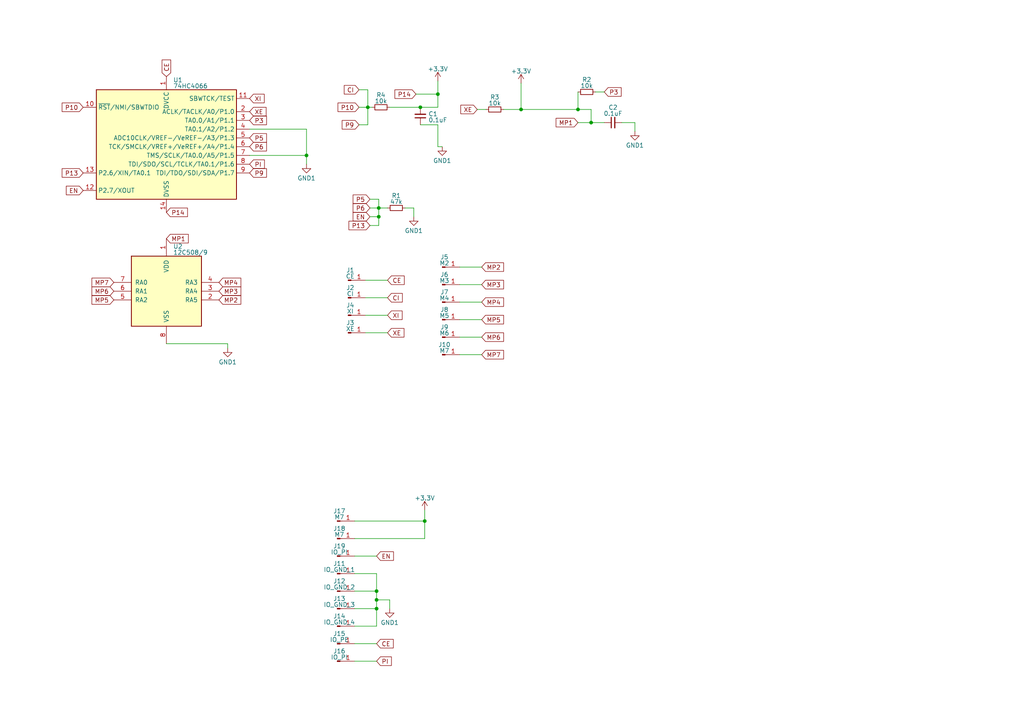
<source format=kicad_sch>
(kicad_sch (version 20221110) (generator eeschema)
  (paper "A4")
  (lib_symbols
    (symbol "Connector:Conn_01x01_Male" (pin_names (offset 1.016) hide)
      (property "Reference" "J" (at 0 2.54 0))
      (property "Value" "Conn_01x01_Male" (at 0 -2.54 0))
      (symbol "Conn_01x01_Male_1_1"
        (polyline (pts (xy 1.27 0) (xy 0.8636 0)) (stroke (width 0.1524)))
        (rectangle (start 0.8636 0.127) (end 0 -0.127) (stroke (width 0.1524)) (fill (type outline)))
        (pin passive line (at 5.08 0 180) (length 3.81) (name "Pin_1") (number "1"))
      )
    )
    (symbol "Device:C_Small" (pin_numbers hide) (pin_names (offset 0.254) hide)
      (property "Reference" "C" (at 0.254 1.778 0))
      (property "Value" "C_Small" (at 0.254 -2.032 0))
      (symbol "C_Small_0_1"
        (polyline (pts (xy -1.524 -0.508) (xy 1.524 -0.508)) (stroke (width 0.3302)))
        (polyline (pts (xy -1.524 0.508) (xy 1.524 0.508)) (stroke (width 0.3048)))
      )
      (symbol "C_Small_1_1"
        (pin passive line (at 0 2.54 270) (length 2.032) (name "~") (number "1"))
        (pin passive line (at 0 -2.54 90) (length 2.032) (name "~") (number "2"))
      )
    )
    (symbol "Device:R_Small" (pin_numbers hide) (pin_names (offset 0.254) hide)
      (property "Reference" "R" (at 0.762 0.508 0))
      (property "Value" "R_Small" (at 0.762 -1.016 0))
      (symbol "R_Small_0_1"
        (rectangle (start -0.762 1.778) (end 0.762 -1.778) (stroke (width 0.2032)))
      )
      (symbol "R_Small_1_1"
        (pin passive line (at 0 2.54 270) (length 0.762) (name "~") (number "1"))
        (pin passive line (at 0 -2.54 90) (length 0.762) (name "~") (number "2"))
      )
    )
    (symbol "MCU_Microchip_PIC12:PIC12F1501-IMS" (pin_names (offset 1.016))
      (property "Reference" "U" (at 1.27 13.97 0))
      (property "Value" "PIC12F1501-IMS" (at 1.27 11.43 0))
      (symbol "PIC12F1501-IMS_0_1"
        (rectangle (start 10.16 -10.16) (end -10.16 10.16) (stroke (width 0.254)) (fill (type background)))
      )
      (symbol "PIC12F1501-IMS_1_1"
        (pin power_in line (at 0 15.24 270) (length 5.08) (name "VDD") (number "1"))
        (pin bidirectional line (at 15.24 -2.54 180) (length 5.08) (name "RA5") (number "2"))
        (pin bidirectional line (at 15.24 0 180) (length 5.08) (name "RA4") (number "3"))
        (pin input line (at 15.24 2.54 180) (length 5.08) (name "RA3") (number "4"))
        (pin bidirectional line (at -15.24 -2.54 0) (length 5.08) (name "RA2") (number "5"))
        (pin bidirectional line (at -15.24 0 0) (length 5.08) (name "RA1") (number "6"))
        (pin bidirectional line (at -15.24 2.54 0) (length 5.08) (name "RA0") (number "7"))
        (pin power_in line (at 0 -15.24 90) (length 5.08) (name "VSS") (number "8"))
      )
    )
    (symbol "MCU_Texas_MSP430:MSP430G2131IN14"
      (property "Reference" "U" (at -19.05 17.78 0))
      (property "Value" "MSP430G2131IN14" (at 12.7 -16.51 0))
      (symbol "MSP430G2131IN14_0_1"
        (rectangle (start -20.32 16.51) (end 20.32 -15.24) (stroke (width 0.254)) (fill (type background)))
      )
      (symbol "MSP430G2131IN14_1_1"
        (pin power_in line (at 0 20.32 270) (length 3.81) (name "DVCC") (number "1"))
        (pin input line (at -24.13 11.43 0) (length 3.81) (name "~{RST}/NMI/SBWTDIO") (number "10"))
        (pin input line (at 24.13 13.97 180) (length 3.81) (name "SBWTCK/TEST") (number "11"))
        (pin bidirectional line (at -24.13 -12.7 0) (length 3.81) (name "P2.7/XOUT") (number "12"))
        (pin bidirectional line (at -24.13 -7.62 0) (length 3.81) (name "P2.6/XIN/TA0.1") (number "13"))
        (pin power_in line (at 0 -19.05 90) (length 3.81) (name "DVSS") (number "14"))
        (pin bidirectional line (at 24.13 10.16 180) (length 3.81) (name "ACLK/TACLK/A0/P1.0") (number "2"))
        (pin bidirectional line (at 24.13 7.62 180) (length 3.81) (name "TA0.0/A1/P1.1") (number "3"))
        (pin bidirectional line (at 24.13 5.08 180) (length 3.81) (name "TA0.1/A2/P1.2") (number "4"))
        (pin bidirectional line (at 24.13 2.54 180) (length 3.81) (name "ADC10CLK/VREF-/VeREF-/A3/P1.3") (number "5"))
        (pin bidirectional line (at 24.13 0 180) (length 3.81) (name "TCK/SMCLK/VREF+/VeREF+/A4/P1.4") (number "6"))
        (pin bidirectional line (at 24.13 -2.54 180) (length 3.81) (name "TMS/SCLK/TA0.0/A5/P1.5") (number "7"))
        (pin bidirectional line (at 24.13 -5.08 180) (length 3.81) (name "TDI/SDO/SCL/TCLK/TA0.1/P1.6") (number "8"))
        (pin bidirectional line (at 24.13 -7.62 180) (length 3.81) (name "TDI/TDO/SDI/SDA/P1.7") (number "9"))
      )
    )
    (symbol "Power:+3.3V" (power) (pin_names (offset 0))
      (property "Value" "+3.3V" (at 0 3.556 0))
      (symbol "+3.3V_0_1"
        (polyline (pts (xy -0.762 1.27) (xy 0 2.54)))
        (polyline (pts (xy 0 0) (xy 0 2.54)))
        (polyline (pts (xy 0 2.54) (xy 0.762 1.27)))
      )
      (symbol "+3.3V_1_1"
        (pin power_in line (at 0 0 90) (length 0) hide (name "+3.3V") (number "1"))
      )
    )
    (symbol "Power:GND1" (power) (pin_names (offset 0))
      (property "Value" "GND1" (at 0 -3.81 0))
      (symbol "GND1_0_1"
        (polyline (pts (xy 0 0) (xy 0 -1.27) (xy 1.27 -1.27) (xy 0 -2.54) (xy -1.27 -1.27) (xy 0 -1.27)))
      )
      (symbol "GND1_1_1"
        (pin power_in line (at 0 0 270) (length 0) hide (name "GND1") (number "1"))
      )
    )
  )
  (junction (at 106.68 31.115))
  (junction (at 121.92 31.115))
  (junction (at 171.45 35.56))
  (junction (at 109.22 171.45))
  (junction (at 109.22 176.53))
  (junction (at 109.855 60.325))
  (junction (at 127 27.305))
  (junction (at 109.855 62.865))
  (junction (at 123.19 151.13))
  (junction (at 167.64 31.75))
  (junction (at 88.9 45.085))
  (junction (at 151.13 31.75))
  (junction (at 109.22 173.99))
  (wire (pts (xy 106.045 81.28) (xy 112.395 81.28)))
  (wire (pts (xy 88.9 45.085) (xy 88.9 47.625)))
  (wire (pts (xy 106.045 91.44) (xy 112.395 91.44)))
  (wire (pts (xy 120.015 60.325) (xy 120.015 62.865)))
  (wire (pts (xy 127 23.495) (xy 127 27.305)))
  (wire (pts (xy 117.475 60.325) (xy 120.015 60.325)))
  (wire (pts (xy 113.03 173.99) (xy 113.03 176.53)))
  (wire (pts (xy 102.87 151.13) (xy 123.19 151.13)))
  (wire (pts (xy 106.045 96.52) (xy 112.395 96.52)))
  (wire (pts (xy 133.35 87.63) (xy 139.7 87.63)))
  (wire (pts (xy 66.04 99.695) (xy 66.04 100.965)))
  (wire (pts (xy 121.92 36.195) (xy 127 36.195)))
  (wire (pts (xy 184.15 35.56) (xy 180.34 35.56)))
  (wire (pts (xy 109.22 176.53) (xy 109.22 181.61)))
  (wire (pts (xy 133.35 92.71) (xy 139.7 92.71)))
  (wire (pts (xy 109.855 65.405) (xy 109.855 62.865)))
  (wire (pts (xy 48.26 99.695) (xy 66.04 99.695)))
  (wire (pts (xy 127 27.305) (xy 127 31.115)))
  (wire (pts (xy 102.87 176.53) (xy 109.22 176.53)))
  (wire (pts (xy 107.315 65.405) (xy 109.855 65.405)))
  (wire (pts (xy 109.22 173.99) (xy 113.03 173.99)))
  (wire (pts (xy 113.03 31.115) (xy 121.92 31.115)))
  (wire (pts (xy 102.87 166.37) (xy 109.22 166.37)))
  (wire (pts (xy 171.45 35.56) (xy 175.26 35.56)))
  (wire (pts (xy 88.9 37.465) (xy 88.9 45.085)))
  (wire (pts (xy 72.39 45.085) (xy 88.9 45.085)))
  (wire (pts (xy 171.45 31.75) (xy 171.45 35.56)))
  (wire (pts (xy 151.13 31.75) (xy 167.64 31.75)))
  (wire (pts (xy 107.315 60.325) (xy 109.855 60.325)))
  (wire (pts (xy 120.65 27.305) (xy 127 27.305)))
  (wire (pts (xy 184.15 38.1) (xy 184.15 35.56)))
  (wire (pts (xy 123.19 156.21) (xy 123.19 151.13)))
  (wire (pts (xy 133.35 82.55) (xy 139.7 82.55)))
  (wire (pts (xy 151.13 24.13) (xy 151.13 31.75)))
  (wire (pts (xy 146.05 31.75) (xy 151.13 31.75)))
  (wire (pts (xy 138.43 31.75) (xy 140.97 31.75)))
  (wire (pts (xy 104.14 31.115) (xy 106.68 31.115)))
  (wire (pts (xy 107.315 57.785) (xy 109.855 57.785)))
  (wire (pts (xy 107.315 62.865) (xy 109.855 62.865)))
  (wire (pts (xy 72.39 37.465) (xy 88.9 37.465)))
  (wire (pts (xy 121.92 31.115) (xy 127 31.115)))
  (wire (pts (xy 109.22 166.37) (xy 109.22 171.45)))
  (wire (pts (xy 102.87 186.69) (xy 109.22 186.69)))
  (wire (pts (xy 127 42.545) (xy 128.27 42.545)))
  (wire (pts (xy 104.14 26.035) (xy 106.68 26.035)))
  (wire (pts (xy 133.35 97.79) (xy 139.7 97.79)))
  (wire (pts (xy 167.64 35.56) (xy 171.45 35.56)))
  (wire (pts (xy 123.19 151.13) (xy 123.19 147.955)))
  (wire (pts (xy 106.68 36.195) (xy 106.68 31.115)))
  (wire (pts (xy 102.87 161.29) (xy 109.22 161.29)))
  (wire (pts (xy 106.68 26.035) (xy 106.68 31.115)))
  (wire (pts (xy 133.35 77.47) (xy 139.7 77.47)))
  (wire (pts (xy 106.68 31.115) (xy 107.95 31.115)))
  (wire (pts (xy 133.35 102.87) (xy 139.7 102.87)))
  (wire (pts (xy 102.87 191.77) (xy 109.22 191.77)))
  (wire (pts (xy 109.22 173.99) (xy 109.22 176.53)))
  (wire (pts (xy 167.64 31.75) (xy 171.45 31.75)))
  (wire (pts (xy 102.87 181.61) (xy 109.22 181.61)))
  (wire (pts (xy 109.855 62.865) (xy 109.855 60.325)))
  (wire (pts (xy 109.22 171.45) (xy 109.22 173.99)))
  (wire (pts (xy 172.72 26.67) (xy 175.26 26.67)))
  (wire (pts (xy 167.64 26.67) (xy 167.64 31.75)))
  (wire (pts (xy 106.045 86.36) (xy 112.395 86.36)))
  (wire (pts (xy 102.87 171.45) (xy 109.22 171.45)))
  (wire (pts (xy 104.14 36.195) (xy 106.68 36.195)))
  (wire (pts (xy 109.855 60.325) (xy 109.855 57.785)))
  (wire (pts (xy 109.855 60.325) (xy 112.395 60.325)))
  (wire (pts (xy 102.87 156.21) (xy 123.19 156.21)))
  (wire (pts (xy 127 36.195) (xy 127 42.545)))
  (global_label "CE" (shape input) (at 112.395 81.28 0) (property "Intersheetrefs" "${INTERSHEET_REFS}" (effects hide)))
  (global_label "MP7" (shape input) (at 139.7 102.87 0) (property "Intersheetrefs" "${INTERSHEET_REFS}" (effects hide)))
  (global_label "CI" (shape input) (at 104.14 26.035 180) (property "Intersheetrefs" "${INTERSHEET_REFS}" (effects hide)))
  (global_label "P6" (shape input) (at 72.39 42.545 0) (property "Intersheetrefs" "${INTERSHEET_REFS}" (effects hide)))
  (global_label "MP4" (shape input) (at 139.7 87.63 0) (property "Intersheetrefs" "${INTERSHEET_REFS}" (effects hide)))
  (global_label "P3" (shape input) (at 175.26 26.67 0) (property "Intersheetrefs" "${INTERSHEET_REFS}" (effects hide)))
  (global_label "CI" (shape input) (at 112.395 86.36 0) (property "Intersheetrefs" "${INTERSHEET_REFS}" (effects hide)))
  (global_label "MP6" (shape input) (at 139.7 97.79 0) (property "Intersheetrefs" "${INTERSHEET_REFS}" (effects hide)))
  (global_label "P9" (shape input) (at 104.14 36.195 180) (property "Intersheetrefs" "${INTERSHEET_REFS}" (effects hide)))
  (global_label "P10" (shape input) (at 104.14 31.115 180) (property "Intersheetrefs" "${INTERSHEET_REFS}" (effects hide)))
  (global_label "P14" (shape input) (at 48.26 61.595 0) (property "Intersheetrefs" "${INTERSHEET_REFS}" (effects hide)))
  (global_label "P6" (shape input) (at 107.315 60.325 180) (property "Intersheetrefs" "${INTERSHEET_REFS}" (effects hide)))
  (global_label "EN" (shape input) (at 24.13 55.245 180) (property "Intersheetrefs" "${INTERSHEET_REFS}" (effects hide)))
  (global_label "P5" (shape input) (at 107.315 57.785 180) (property "Intersheetrefs" "${INTERSHEET_REFS}" (effects hide)))
  (global_label "EN" (shape input) (at 109.22 161.29 0) (property "Intersheetrefs" "${INTERSHEET_REFS}" (effects hide)))
  (global_label "XE" (shape input) (at 72.39 32.385 0) (property "Intersheetrefs" "${INTERSHEET_REFS}" (effects hide)))
  (global_label "P13" (shape input) (at 107.315 65.405 180) (property "Intersheetrefs" "${INTERSHEET_REFS}" (effects hide)))
  (global_label "XI" (shape input) (at 112.395 91.44 0) (property "Intersheetrefs" "${INTERSHEET_REFS}" (effects hide)))
  (global_label "PI" (shape input) (at 109.22 191.77 0) (property "Intersheetrefs" "${INTERSHEET_REFS}" (effects hide)))
  (global_label "XE" (shape input) (at 112.395 96.52 0) (property "Intersheetrefs" "${INTERSHEET_REFS}" (effects hide)))
  (global_label "P13" (shape input) (at 24.13 50.165 180) (property "Intersheetrefs" "${INTERSHEET_REFS}" (effects hide)))
  (global_label "CE" (shape input) (at 109.22 186.69 0) (property "Intersheetrefs" "${INTERSHEET_REFS}" (effects hide)))
  (global_label "MP3" (shape input) (at 139.7 82.55 0) (property "Intersheetrefs" "${INTERSHEET_REFS}" (effects hide)))
  (global_label "MP2" (shape input) (at 63.5 86.995 0) (property "Intersheetrefs" "${INTERSHEET_REFS}" (effects hide)))
  (global_label "EN" (shape input) (at 107.315 62.865 180) (property "Intersheetrefs" "${INTERSHEET_REFS}" (effects hide)))
  (global_label "XE" (shape input) (at 138.43 31.75 180) (property "Intersheetrefs" "${INTERSHEET_REFS}" (effects hide)))
  (global_label "P3" (shape input) (at 72.39 34.925 0) (property "Intersheetrefs" "${INTERSHEET_REFS}" (effects hide)))
  (global_label "MP7" (shape input) (at 33.02 81.915 180) (property "Intersheetrefs" "${INTERSHEET_REFS}" (effects hide)))
  (global_label "MP4" (shape input) (at 63.5 81.915 0) (property "Intersheetrefs" "${INTERSHEET_REFS}" (effects hide)))
  (global_label "MP3" (shape input) (at 63.5 84.455 0) (property "Intersheetrefs" "${INTERSHEET_REFS}" (effects hide)))
  (global_label "MP5" (shape input) (at 139.7 92.71 0) (property "Intersheetrefs" "${INTERSHEET_REFS}" (effects hide)))
  (global_label "CE" (shape input) (at 48.26 22.225 90) (property "Intersheetrefs" "${INTERSHEET_REFS}" (effects hide)))
  (global_label "MP2" (shape input) (at 139.7 77.47 0) (property "Intersheetrefs" "${INTERSHEET_REFS}" (effects hide)))
  (global_label "MP1" (shape input) (at 48.26 69.215 0) (property "Intersheetrefs" "${INTERSHEET_REFS}" (effects hide)))
  (global_label "P9" (shape input) (at 72.39 50.165 0) (property "Intersheetrefs" "${INTERSHEET_REFS}" (effects hide)))
  (global_label "MP5" (shape input) (at 33.02 86.995 180) (property "Intersheetrefs" "${INTERSHEET_REFS}" (effects hide)))
  (global_label "P14" (shape input) (at 120.65 27.305 180) (property "Intersheetrefs" "${INTERSHEET_REFS}" (effects hide)))
  (global_label "P5" (shape input) (at 72.39 40.005 0) (property "Intersheetrefs" "${INTERSHEET_REFS}" (effects hide)))
  (global_label "XI" (shape input) (at 72.39 28.575 0) (property "Intersheetrefs" "${INTERSHEET_REFS}" (effects hide)))
  (global_label "MP1" (shape input) (at 167.64 35.56 180) (property "Intersheetrefs" "${INTERSHEET_REFS}" (effects hide)))
  (global_label "P10" (shape input) (at 24.13 31.115 180) (property "Intersheetrefs" "${INTERSHEET_REFS}" (effects hide)))
  (global_label "MP6" (shape input) (at 33.02 84.455 180) (property "Intersheetrefs" "${INTERSHEET_REFS}" (effects hide)))
  (global_label "PI" (shape input) (at 72.39 47.625 0) (property "Intersheetrefs" "${INTERSHEET_REFS}" (effects hide)))
  (symbol (lib_id "Connector:Conn_01x01_Male") (at 97.79 191.77 0) (unit 1)
    (property "Reference" "J16" (at 98.425 188.8617 0))
    (property "Value" "IO_PI" (at 98.425 190.6239 0))
    (property "Footprint" "PsioPin:PsioPin" (effects hide))
  )
  (symbol (lib_id "Connector:Conn_01x01_Male") (at 97.79 181.61 0) (unit 1)
    (property "Reference" "J14" (at 98.425 178.7017 0))
    (property "Value" "IO_GND_4" (at 98.425 180.4639 0))
    (property "Footprint" "PsioPin:PsioPin" (effects hide))
  )
  (symbol (lib_id "Device:R_Small") (at 110.49 31.115 90) (unit 1)
    (property "Reference" "R4" (at 110.49 27.5463 90))
    (property "Value" "10k" (at 110.49 29.3085 90))
    (property "Footprint" "Resistor_SMD:R_0805_2012Metric" (effects hide))
  )
  (symbol (lib_id "Connector:Conn_01x01_Male") (at 100.965 96.52 0) (unit 1)
    (property "Reference" "J3" (at 101.6 93.6117 0))
    (property "Value" "XE" (at 101.6 95.3739 0))
    (property "Footprint" "TestPoint:TestPoint_Pad_D2.0mm" (effects hide))
  )
  (symbol (lib_id "MCU_Microchip_PIC12:PIC12F1501-IMS") (at 48.26 84.455 0) (unit 1)
    (property "Reference" "U2" (at 50.2159 71.4629 0) (effects (justify left)))
    (property "Value" "12C508/9" (at 50.2159 73.2251 0) (effects (justify left)))
    (property "Footprint" "Package_SO:SOP-8_5.28x5.23mm_P1.27mm" (effects hide))
    (property "Datasheet" "http://ww1.microchip.com/downloads/en/DeviceDoc/41615A.pdf" (effects hide))
  )
  (symbol (lib_id "Device:C_Small") (at 177.8 35.56 90) (unit 1)
    (property "Reference" "C2" (at 177.8063 31.1658 90))
    (property "Value" "0.1uF" (at 177.8063 32.928 90))
    (property "Footprint" "Capacitor_SMD:C_0805_2012Metric" (effects hide))
  )
  (symbol (lib_id "Connector:Conn_01x01_Male") (at 97.79 171.45 0) (unit 1)
    (property "Reference" "J12" (at 98.425 168.5417 0))
    (property "Value" "IO_GND_2" (at 98.425 170.3039 0))
    (property "Footprint" "PsioPin:PsioPin" (effects hide))
  )
  (symbol (lib_id "Connector:Conn_01x01_Male") (at 100.965 86.36 0) (unit 1)
    (property "Reference" "J2" (at 101.6 83.4517 0))
    (property "Value" "CI" (at 101.6 85.2139 0))
    (property "Footprint" "TestPoint:TestPoint_Pad_D2.0mm" (effects hide))
  )
  (symbol (lib_id "Connector:Conn_01x01_Male") (at 97.79 166.37 0) (unit 1)
    (property "Reference" "J11" (at 98.425 163.4617 0))
    (property "Value" "IO_GND_1" (at 98.425 165.2239 0))
    (property "Footprint" "PsioPin:PsioPin" (effects hide))
  )
  (symbol (lib_id "Power:GND1") (at 113.03 176.53 0) (mirror y) (unit 1)
    (property "Reference" "#PWR0109" (effects hide))
    (property "Value" "GND1" (at 113.03 180.5861 0))
  )
  (symbol (lib_id "Connector:Conn_01x01_Male") (at 128.27 77.47 0) (unit 1)
    (property "Reference" "J5" (at 128.905 74.5617 0))
    (property "Value" "M2" (at 128.905 76.3239 0))
    (property "Footprint" "TestPoint:TestPoint_Pad_D2.0mm" (effects hide))
  )
  (symbol (lib_id "Connector:Conn_01x01_Male") (at 128.27 92.71 0) (unit 1)
    (property "Reference" "J8" (at 128.905 89.8017 0))
    (property "Value" "M5" (at 128.905 91.5639 0))
    (property "Footprint" "TestPoint:TestPoint_Pad_D2.0mm" (effects hide))
  )
  (symbol (lib_id "Connector:Conn_01x01_Male") (at 128.27 102.87 0) (unit 1)
    (property "Reference" "J10" (at 128.905 99.9617 0))
    (property "Value" "M7" (at 128.905 101.7239 0))
    (property "Footprint" "TestPoint:TestPoint_Pad_D2.0mm" (effects hide))
  )
  (symbol (lib_id "Connector:Conn_01x01_Male") (at 100.965 91.44 0) (unit 1)
    (property "Reference" "J4" (at 101.6 88.5317 0))
    (property "Value" "XI" (at 101.6 90.2939 0))
    (property "Footprint" "TestPoint:TestPoint_Pad_D2.0mm" (effects hide))
  )
  (symbol (lib_id "Connector:Conn_01x01_Male") (at 100.965 81.28 0) (unit 1)
    (property "Reference" "J1" (at 101.6 78.3717 0))
    (property "Value" "CE" (at 101.6 80.1339 0))
    (property "Footprint" "TestPoint:TestPoint_Pad_D2.0mm" (effects hide))
  )
  (symbol (lib_id "Connector:Conn_01x01_Male") (at 97.79 176.53 0) (unit 1)
    (property "Reference" "J13" (at 98.425 173.6217 0))
    (property "Value" "IO_GND_3" (at 98.425 175.3839 0))
    (property "Footprint" "PsioPin:PsioPin" (effects hide))
  )
  (symbol (lib_id "Connector:Conn_01x01_Male") (at 128.27 87.63 0) (unit 1)
    (property "Reference" "J7" (at 128.905 84.7217 0))
    (property "Value" "M4" (at 128.905 86.4839 0))
    (property "Footprint" "TestPoint:TestPoint_Pad_D2.0mm" (effects hide))
  )
  (symbol (lib_id "Power:+3.3V") (at 127 23.495 0) (unit 1)
    (property "Reference" "#PWR0101" (effects hide))
    (property "Value" "+3.3V" (at 127 20.0121 0))
  )
  (symbol (lib_id "Power:GND1") (at 120.015 62.865 0) (mirror y) (unit 1)
    (property "Reference" "#PWR0107" (effects hide))
    (property "Value" "GND1" (at 120.015 66.9211 0))
  )
  (symbol (lib_id "Power:GND1") (at 88.9 47.625 0) (mirror y) (unit 1)
    (property "Reference" "#PWR0104" (effects hide))
    (property "Value" "GND1" (at 88.9 51.6811 0))
  )
  (symbol (lib_id "Device:R_Small") (at 143.51 31.75 90) (unit 1)
    (property "Reference" "R3" (at 143.51 28.1813 90))
    (property "Value" "10k" (at 143.51 29.9435 90))
    (property "Footprint" "Resistor_SMD:R_0805_2012Metric" (effects hide))
  )
  (symbol (lib_id "Power:GND1") (at 66.04 100.965 0) (mirror y) (unit 1)
    (property "Reference" "#PWR0105" (effects hide))
    (property "Value" "GND1" (at 66.04 105.0211 0))
  )
  (symbol (lib_id "Power:GND1") (at 128.27 42.545 0) (unit 1)
    (property "Reference" "#PWR0102" (effects hide))
    (property "Value" "GND1" (at 128.27 46.6011 0))
  )
  (symbol (lib_id "Connector:Conn_01x01_Male") (at 128.27 82.55 0) (unit 1)
    (property "Reference" "J6" (at 128.905 79.6417 0))
    (property "Value" "M3" (at 128.905 81.4039 0))
    (property "Footprint" "TestPoint:TestPoint_Pad_D2.0mm" (effects hide))
  )
  (symbol (lib_id "Connector:Conn_01x01_Male") (at 97.79 151.13 0) (unit 1)
    (property "Reference" "J17" (at 98.425 148.2217 0))
    (property "Value" "M7" (at 98.425 149.9839 0))
    (property "Footprint" "PsioPin:PsioPin" (effects hide))
  )
  (symbol (lib_id "Power:GND1") (at 184.15 38.1 0) (unit 1)
    (property "Reference" "#PWR0103" (effects hide))
    (property "Value" "GND1" (at 184.15 42.1561 0))
  )
  (symbol (lib_id "Device:C_Small") (at 121.92 33.655 180) (unit 1)
    (property "Reference" "C1" (at 124.2441 33.0541 0) (effects (justify right)))
    (property "Value" "0.1uF" (at 124.2441 34.8163 0) (effects (justify right)))
    (property "Footprint" "Capacitor_SMD:C_0805_2012Metric" (effects hide))
  )
  (symbol (lib_id "Power:+3.3V") (at 123.19 147.955 0) (mirror y) (unit 1)
    (property "Reference" "#PWR0108" (effects hide))
    (property "Value" "+3.3V" (at 123.19 144.4721 0))
  )
  (symbol (lib_id "Connector:Conn_01x01_Male") (at 97.79 186.69 0) (unit 1)
    (property "Reference" "J15" (at 98.425 183.7817 0))
    (property "Value" "IO_PE" (at 98.425 185.5439 0))
    (property "Footprint" "PsioPin:PsioPin" (effects hide))
  )
  (symbol (lib_id "Connector:Conn_01x01_Male") (at 128.27 97.79 0) (unit 1)
    (property "Reference" "J9" (at 128.905 94.8817 0))
    (property "Value" "M6" (at 128.905 96.6439 0))
    (property "Footprint" "TestPoint:TestPoint_Pad_D2.0mm" (effects hide))
  )
  (symbol (lib_id "Power:+3.3V") (at 151.13 24.13 0) (unit 1)
    (property "Reference" "#PWR0106" (effects hide))
    (property "Value" "+3.3V" (at 151.13 20.6471 0))
  )
  (symbol (lib_id "Connector:Conn_01x01_Male") (at 97.79 161.29 0) (unit 1)
    (property "Reference" "J19" (at 98.425 158.3817 0))
    (property "Value" "IO_PI" (at 98.425 160.1439 0))
    (property "Footprint" "PsioPin:PsioPin" (effects hide))
  )
  (symbol (lib_id "MCU_Texas_MSP430:MSP430G2131IN14") (at 48.26 42.545 0) (unit 1)
    (property "Reference" "U1" (at 50.2159 23.2029 0) (effects (justify left)))
    (property "Value" "74HC4066" (at 50.2159 24.9651 0) (effects (justify left)))
    (property "Footprint" "Package_SO:TSSOP-14_4.4x5mm_P0.65mm" (effects hide))
    (property "Datasheet" "http://www.ti.com/lit/ds/symlink/msp430g2131.pdf" (effects hide))
  )
  (symbol (lib_id "Device:R_Small") (at 114.935 60.325 90) (unit 1)
    (property "Reference" "R1" (at 114.935 56.7563 90))
    (property "Value" "47k" (at 114.935 58.5185 90))
    (property "Footprint" "Resistor_SMD:R_0805_2012Metric" (effects hide))
  )
  (symbol (lib_id "Device:R_Small") (at 170.18 26.67 90) (unit 1)
    (property "Reference" "R2" (at 170.18 23.1013 90))
    (property "Value" "10k" (at 170.18 24.8635 90))
    (property "Footprint" "Resistor_SMD:R_0805_2012Metric" (effects hide))
  )
  (symbol (lib_id "Connector:Conn_01x01_Male") (at 97.79 156.21 0) (unit 1)
    (property "Reference" "J18" (at 98.425 153.3017 0))
    (property "Value" "M7" (at 98.425 155.0639 0))
    (property "Footprint" "PsioPin:PsioPin" (effects hide))
  )
)
</source>
